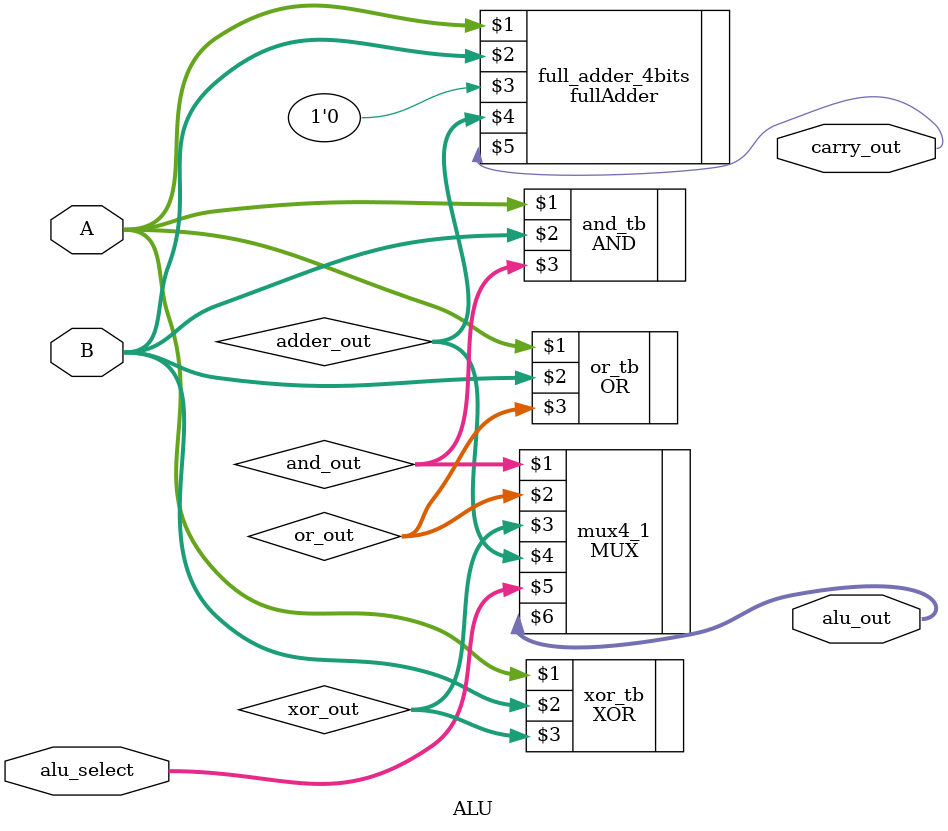
<source format=v>
`include "AND.v"
`include "OR.v"
`include "XOR.v"
`include "full_adder.v"
`include "MUX4x1.v"

module ALU(input [3:0] A, B, input [1:0]alu_select, output [3:0] alu_out, output carry_out);
   wire [3:0] and_out, or_out, xor_out, adder_out;

   //=================Modules Instanciations=================
   AND and_tb((A), (B), (and_out));
   OR or_tb((A), (B), (or_out));
   XOR xor_tb((A), (B), (xor_out));
   fullAdder full_adder_4bits((A), (B), (1'b0), (adder_out), (carry_out));
   MUX mux4_1(and_out, or_out, xor_out, adder_out, alu_select, alu_out);
   
   
endmodule

</source>
